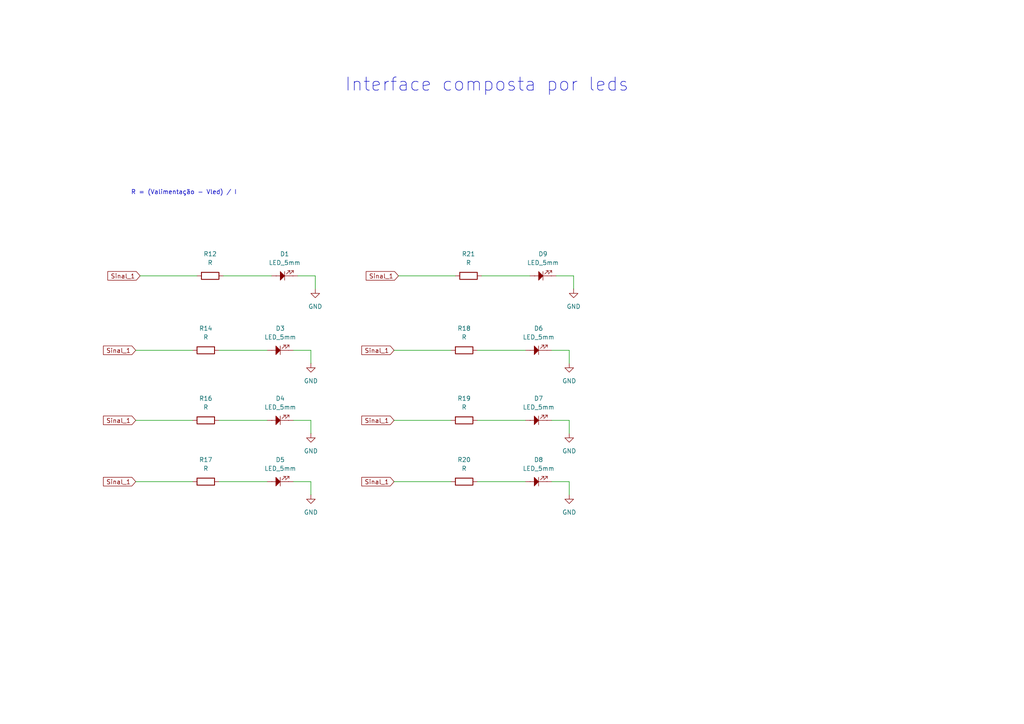
<source format=kicad_sch>
(kicad_sch (version 20231120) (generator "eeschema") (generator_version "8.0")
  (paper "A4")
  (title_block (title "Interface de Leds") (date "2024-03-18") (rev "1.0") (company "Alex Thomas Valmorbida"))
  (lib_symbols
    (symbol "Device:R" (pin_numbers hide) (pin_names (offset 0))
      (property "Reference" "R" (at 2.032 0 90))
      (property "Value" "R" (at 0 0 90))
      (symbol "R_0_1"
        (rectangle (start -1.016 -2.54) (end 1.016 2.54) (stroke (width 0.254)))
      )
      (symbol "R_1_1"
        (pin passive line (at 0 3.81 270) (length 1.27) (name "~") (number "1"))
        (pin passive line (at 0 -3.81 90) (length 1.27) (name "~") (number "2"))
      )
    )
    (symbol "PCM_SL_Devices:LED_5mm"
      (property "Reference" "D" (at -0.508 5.334 0))
      (property "Value" "LED_5mm" (at -0.508 2.794 0))
      (symbol "LED_5mm_0_1"
        (polyline (pts (xy -1.27 0) (xy -2.54 0)))
        (polyline (pts (xy 0 1.27) (xy 0 -1.27)))
        (polyline (pts (xy 0.508 0.508) (xy 1.524 1.524)))
        (polyline (pts (xy 1.27 0) (xy 2.54 0)))
        (polyline (pts (xy 1.524 0.508) (xy 2.54 1.524)))
        (polyline (pts (xy 1.524 1.524) (xy 0.889 1.524)))
        (polyline (pts (xy 1.524 1.524) (xy 1.524 0.889)))
        (polyline (pts (xy 2.54 1.524) (xy 1.905 1.524)))
        (polyline (pts (xy 2.54 1.524) (xy 2.54 0.889)))
        (polyline (pts (xy 0 0) (xy -1.27 -1.27) (xy -1.27 1.27) (xy 0 0) (xy 1.27 0)) (fill (type outline)))
      )
      (symbol "LED_5mm_1_1"
        (pin passive line (at 3.81 0 180) (length 1.5) (name "~") (number "1"))
        (pin passive line (at -3.81 0 0) (length 1.5) (name "") (number "2"))
      )
    )
    (symbol "power:GND" (power) (pin_numbers hide) (pin_names (offset 0) hide)
      (property "Value" "GND" (at 0 -3.81 0))
      (symbol "GND_0_1"
        (polyline (pts (xy 0 0) (xy 0 -1.27) (xy 1.27 -1.27) (xy 0 -2.54) (xy -1.27 -1.27) (xy 0 -1.27)))
      )
      (symbol "GND_1_1"
        (pin power_in line (at 0 0 270) (length 0) (name "~") (number "1"))
      )
    )
  )
  (wire (pts (xy 39.37 101.6) (xy 55.88 101.6)))
  (wire (pts (xy 39.37 121.92) (xy 55.88 121.92)))
  (wire (pts (xy 90.17 101.6) (xy 90.17 105.41)))
  (wire (pts (xy 138.43 139.7) (xy 152.4 139.7)))
  (wire (pts (xy 160.02 139.7) (xy 165.1 139.7)))
  (wire (pts (xy 90.17 121.92) (xy 90.17 125.73)))
  (wire (pts (xy 86.36 80.01) (xy 91.44 80.01)))
  (wire (pts (xy 63.5 121.92) (xy 77.47 121.92)))
  (wire (pts (xy 114.3 101.6) (xy 130.81 101.6)))
  (wire (pts (xy 85.09 139.7) (xy 90.17 139.7)))
  (wire (pts (xy 165.1 101.6) (xy 165.1 105.41)))
  (wire (pts (xy 63.5 139.7) (xy 77.47 139.7)))
  (wire (pts (xy 139.7 80.01) (xy 153.67 80.01)))
  (wire (pts (xy 85.09 121.92) (xy 90.17 121.92)))
  (wire (pts (xy 165.1 121.92) (xy 165.1 125.73)))
  (wire (pts (xy 115.57 80.01) (xy 132.08 80.01)))
  (wire (pts (xy 114.3 121.92) (xy 130.81 121.92)))
  (wire (pts (xy 161.29 80.01) (xy 166.37 80.01)))
  (wire (pts (xy 114.3 139.7) (xy 130.81 139.7)))
  (wire (pts (xy 64.77 80.01) (xy 78.74 80.01)))
  (wire (pts (xy 160.02 121.92) (xy 165.1 121.92)))
  (wire (pts (xy 160.02 101.6) (xy 165.1 101.6)))
  (wire (pts (xy 165.1 139.7) (xy 165.1 143.51)))
  (wire (pts (xy 40.64 80.01) (xy 57.15 80.01)))
  (wire (pts (xy 63.5 101.6) (xy 77.47 101.6)))
  (wire (pts (xy 138.43 121.92) (xy 152.4 121.92)))
  (wire (pts (xy 39.37 139.7) (xy 55.88 139.7)))
  (wire (pts (xy 166.37 80.01) (xy 166.37 83.82)))
  (wire (pts (xy 85.09 101.6) (xy 90.17 101.6)))
  (wire (pts (xy 91.44 80.01) (xy 91.44 83.82)))
  (wire (pts (xy 90.17 139.7) (xy 90.17 143.51)))
  (wire (pts (xy 138.43 101.6) (xy 152.4 101.6)))
  (text "R = (Valimentação - Vled) / I\n" (at 53.34 55.88 0) (effects (font (size 1.27 1.27))))
  (text "Interface composta por leds" (at 141.224 24.638 0) (effects (font (size 3.81 3.81))))
  (global_label "Sinal_1" (shape input) (at 39.37 101.6 180) (property "Intersheetrefs" "${INTERSHEET_REFS}" (effects (hide yes))))
  (global_label "Sinal_1" (shape input) (at 114.3 101.6 180) (property "Intersheetrefs" "${INTERSHEET_REFS}" (effects (hide yes))))
  (global_label "Sinal_1" (shape input) (at 114.3 121.92 180) (property "Intersheetrefs" "${INTERSHEET_REFS}" (effects (hide yes))))
  (global_label "Sinal_1" (shape input) (at 39.37 121.92 180) (property "Intersheetrefs" "${INTERSHEET_REFS}" (effects (hide yes))))
  (global_label "Sinal_1" (shape input) (at 40.64 80.01 180) (property "Intersheetrefs" "${INTERSHEET_REFS}" (effects (hide yes))))
  (global_label "Sinal_1" (shape input) (at 114.3 139.7 180) (property "Intersheetrefs" "${INTERSHEET_REFS}" (effects (hide yes))))
  (global_label "Sinal_1" (shape input) (at 115.57 80.01 180) (property "Intersheetrefs" "${INTERSHEET_REFS}" (effects (hide yes))))
  (global_label "Sinal_1" (shape input) (at 39.37 139.7 180) (property "Intersheetrefs" "${INTERSHEET_REFS}" (effects (hide yes))))
  (symbol (lib_id "Device:R") (at 134.62 121.92 90) (unit 1)
    (property "Reference" "R19" (at 134.62 115.57 90))
    (property "Value" "R" (at 134.62 118.11 90))
    (property "Footprint" "PCM_Resistor_THT_AKL:R_Axial_DIN0204_L3.6mm_D1.6mm_P12.70mm_Horizontal" (effects (hide yes)))
    (property "Description" "Resistor" (effects (hide yes)))
  )
  (symbol (lib_id "power:GND") (at 90.17 143.51 0) (unit 1)
    (property "Reference" "#PWR025" (effects (hide yes)))
    (property "Value" "GND" (at 90.17 148.59 0))
    (property "Description" "Power symbol creates a global label with name \"GND\" , ground" (effects (hide yes)))
  )
  (symbol (lib_id "Device:R") (at 134.62 101.6 90) (unit 1)
    (property "Reference" "R18" (at 134.62 95.25 90))
    (property "Value" "R" (at 134.62 97.79 90))
    (property "Footprint" "PCM_Resistor_THT_AKL:R_Axial_DIN0204_L3.6mm_D1.6mm_P12.70mm_Horizontal" (effects (hide yes)))
    (property "Description" "Resistor" (effects (hide yes)))
  )
  (symbol (lib_id "PCM_SL_Devices:LED_5mm") (at 156.21 121.92 0) (unit 1)
    (property "Reference" "D7" (at 156.21 115.57 0))
    (property "Value" "LED_5mm" (at 156.21 118.11 0))
    (property "Footprint" "LED_THT:LED_D5.0mm" (effects (hide yes)))
    (property "Description" "Common 5mm diameter LED" (effects (hide yes)))
  )
  (symbol (lib_id "power:GND") (at 165.1 105.41 0) (unit 1)
    (property "Reference" "#PWR026" (effects (hide yes)))
    (property "Value" "GND" (at 165.1 110.49 0))
    (property "Description" "Power symbol creates a global label with name \"GND\" , ground" (effects (hide yes)))
  )
  (symbol (lib_id "power:GND") (at 165.1 125.73 0) (unit 1)
    (property "Reference" "#PWR027" (effects (hide yes)))
    (property "Value" "GND" (at 165.1 130.81 0))
    (property "Description" "Power symbol creates a global label with name \"GND\" , ground" (effects (hide yes)))
  )
  (symbol (lib_id "PCM_SL_Devices:LED_5mm") (at 81.28 139.7 0) (unit 1)
    (property "Reference" "D5" (at 81.28 133.35 0))
    (property "Value" "LED_5mm" (at 81.28 135.89 0))
    (property "Footprint" "LED_THT:LED_D5.0mm" (effects (hide yes)))
    (property "Description" "Common 5mm diameter LED" (effects (hide yes)))
  )
  (symbol (lib_id "Device:R") (at 135.89 80.01 90) (unit 1)
    (property "Reference" "R21" (at 135.89 73.66 90))
    (property "Value" "R" (at 135.89 76.2 90))
    (property "Footprint" "PCM_Resistor_THT_AKL:R_Axial_DIN0204_L3.6mm_D1.6mm_P12.70mm_Horizontal" (effects (hide yes)))
    (property "Description" "Resistor" (effects (hide yes)))
  )
  (symbol (lib_id "PCM_SL_Devices:LED_5mm") (at 156.21 139.7 0) (unit 1)
    (property "Reference" "D8" (at 156.21 133.35 0))
    (property "Value" "LED_5mm" (at 156.21 135.89 0))
    (property "Footprint" "LED_THT:LED_D5.0mm" (effects (hide yes)))
    (property "Description" "Common 5mm diameter LED" (effects (hide yes)))
  )
  (symbol (lib_id "power:GND") (at 91.44 83.82 0) (unit 1)
    (property "Reference" "#PWR022" (effects (hide yes)))
    (property "Value" "GND" (at 91.44 88.9 0))
    (property "Description" "Power symbol creates a global label with name \"GND\" , ground" (effects (hide yes)))
  )
  (symbol (lib_id "power:GND") (at 90.17 105.41 0) (unit 1)
    (property "Reference" "#PWR023" (effects (hide yes)))
    (property "Value" "GND" (at 90.17 110.49 0))
    (property "Description" "Power symbol creates a global label with name \"GND\" , ground" (effects (hide yes)))
  )
  (symbol (lib_id "power:GND") (at 165.1 143.51 0) (unit 1)
    (property "Reference" "#PWR028" (effects (hide yes)))
    (property "Value" "GND" (at 165.1 148.59 0))
    (property "Description" "Power symbol creates a global label with name \"GND\" , ground" (effects (hide yes)))
  )
  (symbol (lib_id "PCM_SL_Devices:LED_5mm") (at 156.21 101.6 0) (unit 1)
    (property "Reference" "D6" (at 156.21 95.25 0))
    (property "Value" "LED_5mm" (at 156.21 97.79 0))
    (property "Footprint" "LED_THT:LED_D5.0mm" (effects (hide yes)))
    (property "Description" "Common 5mm diameter LED" (effects (hide yes)))
  )
  (symbol (lib_id "Device:R") (at 59.69 101.6 90) (unit 1)
    (property "Reference" "R14" (at 59.69 95.25 90))
    (property "Value" "R" (at 59.69 97.79 90))
    (property "Footprint" "PCM_Resistor_THT_AKL:R_Axial_DIN0204_L3.6mm_D1.6mm_P12.70mm_Horizontal" (effects (hide yes)))
    (property "Description" "Resistor" (effects (hide yes)))
  )
  (symbol (lib_id "power:GND") (at 90.17 125.73 0) (unit 1)
    (property "Reference" "#PWR024" (effects (hide yes)))
    (property "Value" "GND" (at 90.17 130.81 0))
    (property "Description" "Power symbol creates a global label with name \"GND\" , ground" (effects (hide yes)))
  )
  (symbol (lib_id "PCM_SL_Devices:LED_5mm") (at 82.55 80.01 0) (unit 1)
    (property "Reference" "D1" (at 82.55 73.66 0))
    (property "Value" "LED_5mm" (at 82.55 76.2 0))
    (property "Footprint" "LED_THT:LED_D5.0mm" (effects (hide yes)))
    (property "Description" "Common 5mm diameter LED" (effects (hide yes)))
  )
  (symbol (lib_id "Device:R") (at 60.96 80.01 90) (unit 1)
    (property "Reference" "R12" (at 60.96 73.66 90))
    (property "Value" "R" (at 60.96 76.2 90))
    (property "Footprint" "PCM_Resistor_THT_AKL:R_Axial_DIN0204_L3.6mm_D1.6mm_P12.70mm_Horizontal" (effects (hide yes)))
    (property "Description" "Resistor" (effects (hide yes)))
  )
  (symbol (lib_id "PCM_SL_Devices:LED_5mm") (at 157.48 80.01 0) (unit 1)
    (property "Reference" "D9" (at 157.48 73.66 0))
    (property "Value" "LED_5mm" (at 157.48 76.2 0))
    (property "Footprint" "LED_THT:LED_D5.0mm" (effects (hide yes)))
    (property "Description" "Common 5mm diameter LED" (effects (hide yes)))
  )
  (symbol (lib_id "PCM_SL_Devices:LED_5mm") (at 81.28 101.6 0) (unit 1)
    (property "Reference" "D3" (at 81.28 95.25 0))
    (property "Value" "LED_5mm" (at 81.28 97.79 0))
    (property "Footprint" "LED_THT:LED_D5.0mm" (effects (hide yes)))
    (property "Description" "Common 5mm diameter LED" (effects (hide yes)))
  )
  (symbol (lib_id "Device:R") (at 59.69 121.92 90) (unit 1)
    (property "Reference" "R16" (at 59.69 115.57 90))
    (property "Value" "R" (at 59.69 118.11 90))
    (property "Footprint" "PCM_Resistor_THT_AKL:R_Axial_DIN0204_L3.6mm_D1.6mm_P12.70mm_Horizontal" (effects (hide yes)))
    (property "Description" "Resistor" (effects (hide yes)))
  )
  (symbol (lib_id "PCM_SL_Devices:LED_5mm") (at 81.28 121.92 0) (unit 1)
    (property "Reference" "D4" (at 81.28 115.57 0))
    (property "Value" "LED_5mm" (at 81.28 118.11 0))
    (property "Footprint" "LED_THT:LED_D5.0mm" (effects (hide yes)))
    (property "Description" "Common 5mm diameter LED" (effects (hide yes)))
  )
  (symbol (lib_id "power:GND") (at 166.37 83.82 0) (unit 1)
    (property "Reference" "#PWR029" (effects (hide yes)))
    (property "Value" "GND" (at 166.37 88.9 0))
    (property "Description" "Power symbol creates a global label with name \"GND\" , ground" (effects (hide yes)))
  )
  (symbol (lib_id "Device:R") (at 134.62 139.7 90) (unit 1)
    (property "Reference" "R20" (at 134.62 133.35 90))
    (property "Value" "R" (at 134.62 135.89 90))
    (property "Footprint" "PCM_Resistor_THT_AKL:R_Axial_DIN0204_L3.6mm_D1.6mm_P12.70mm_Horizontal" (effects (hide yes)))
    (property "Description" "Resistor" (effects (hide yes)))
  )
  (symbol (lib_id "Device:R") (at 59.69 139.7 90) (unit 1)
    (property "Reference" "R17" (at 59.69 133.35 90))
    (property "Value" "R" (at 59.69 135.89 90))
    (property "Footprint" "PCM_Resistor_THT_AKL:R_Axial_DIN0204_L3.6mm_D1.6mm_P12.70mm_Horizontal" (effects (hide yes)))
    (property "Description" "Resistor" (effects (hide yes)))
  )
)
</source>
